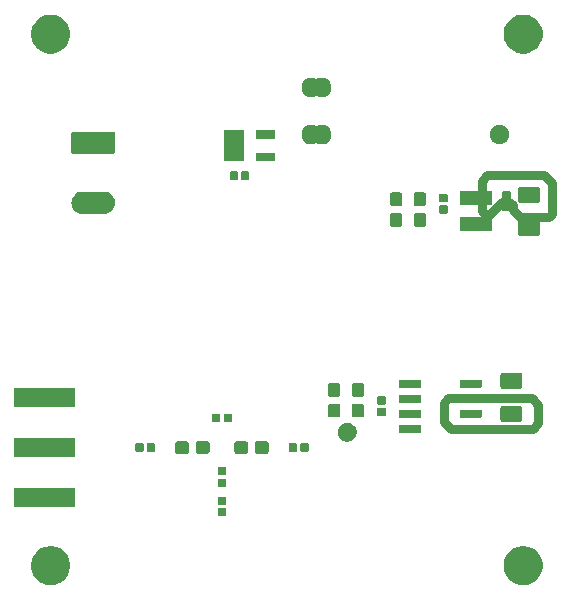
<source format=gbr>
G04 #@! TF.GenerationSoftware,KiCad,Pcbnew,5.1.2-1.fc30*
G04 #@! TF.CreationDate,2019-06-07T11:55:58+09:00*
G04 #@! TF.ProjectId,ltc6268_tia,6c746336-3236-4385-9f74-69612e6b6963,rev?*
G04 #@! TF.SameCoordinates,Original*
G04 #@! TF.FileFunction,Soldermask,Top*
G04 #@! TF.FilePolarity,Negative*
%FSLAX46Y46*%
G04 Gerber Fmt 4.6, Leading zero omitted, Abs format (unit mm)*
G04 Created by KiCad (PCBNEW 5.1.2-1.fc30) date 2019-06-07 11:55:58*
%MOMM*%
%LPD*%
G04 APERTURE LIST*
%ADD10C,0.800000*%
%ADD11C,0.100000*%
G04 APERTURE END LIST*
D10*
X101500000Y-44950000D02*
X101950000Y-45450000D01*
X101500000Y-42400000D02*
X101500000Y-44950000D01*
X101950000Y-41950000D02*
X101500000Y-42400000D01*
X106800000Y-41950000D02*
X101950000Y-41950000D01*
X107450000Y-42600000D02*
X106800000Y-41950000D01*
X107450000Y-45200000D02*
X107450000Y-42600000D01*
X107200000Y-45450000D02*
X107450000Y-45200000D01*
X104700000Y-45450000D02*
X107200000Y-45450000D01*
X104150000Y-44900000D02*
X104700000Y-45450000D01*
X104150000Y-44450000D02*
X104150000Y-44900000D01*
X103800000Y-44200000D02*
X104150000Y-44450000D01*
X103250000Y-44250000D02*
X103800000Y-44200000D01*
X101950000Y-45450000D02*
X103250000Y-44250000D01*
X101950000Y-46100000D02*
X101950000Y-45450000D01*
X98300000Y-61250000D02*
X98650000Y-60850000D01*
X98300000Y-61300000D02*
X98300000Y-61250000D01*
X98300000Y-62800000D02*
X98300000Y-61300000D01*
X98900000Y-63400000D02*
X98300000Y-62800000D01*
X105800000Y-63400000D02*
X98900000Y-63400000D01*
X106300000Y-62900000D02*
X105800000Y-63400000D01*
X106300000Y-61400000D02*
X106300000Y-62900000D01*
X105750000Y-60850000D02*
X106300000Y-61400000D01*
X98650000Y-60850000D02*
X105750000Y-60850000D01*
D11*
G36*
X105375256Y-73391298D02*
G01*
X105481579Y-73412447D01*
X105782042Y-73536903D01*
X106052451Y-73717585D01*
X106282415Y-73947549D01*
X106463097Y-74217958D01*
X106587553Y-74518421D01*
X106651000Y-74837391D01*
X106651000Y-75162609D01*
X106587553Y-75481579D01*
X106463097Y-75782042D01*
X106282415Y-76052451D01*
X106052451Y-76282415D01*
X105782042Y-76463097D01*
X105481579Y-76587553D01*
X105375256Y-76608702D01*
X105162611Y-76651000D01*
X104837389Y-76651000D01*
X104624744Y-76608702D01*
X104518421Y-76587553D01*
X104217958Y-76463097D01*
X103947549Y-76282415D01*
X103717585Y-76052451D01*
X103536903Y-75782042D01*
X103412447Y-75481579D01*
X103349000Y-75162609D01*
X103349000Y-74837391D01*
X103412447Y-74518421D01*
X103536903Y-74217958D01*
X103717585Y-73947549D01*
X103947549Y-73717585D01*
X104217958Y-73536903D01*
X104518421Y-73412447D01*
X104624744Y-73391298D01*
X104837389Y-73349000D01*
X105162611Y-73349000D01*
X105375256Y-73391298D01*
X105375256Y-73391298D01*
G37*
G36*
X65375256Y-73391298D02*
G01*
X65481579Y-73412447D01*
X65782042Y-73536903D01*
X66052451Y-73717585D01*
X66282415Y-73947549D01*
X66463097Y-74217958D01*
X66587553Y-74518421D01*
X66651000Y-74837391D01*
X66651000Y-75162609D01*
X66587553Y-75481579D01*
X66463097Y-75782042D01*
X66282415Y-76052451D01*
X66052451Y-76282415D01*
X65782042Y-76463097D01*
X65481579Y-76587553D01*
X65375256Y-76608702D01*
X65162611Y-76651000D01*
X64837389Y-76651000D01*
X64624744Y-76608702D01*
X64518421Y-76587553D01*
X64217958Y-76463097D01*
X63947549Y-76282415D01*
X63717585Y-76052451D01*
X63536903Y-75782042D01*
X63412447Y-75481579D01*
X63349000Y-75162609D01*
X63349000Y-74837391D01*
X63412447Y-74518421D01*
X63536903Y-74217958D01*
X63717585Y-73947549D01*
X63947549Y-73717585D01*
X64217958Y-73536903D01*
X64518421Y-73412447D01*
X64624744Y-73391298D01*
X64837389Y-73349000D01*
X65162611Y-73349000D01*
X65375256Y-73391298D01*
X65375256Y-73391298D01*
G37*
G36*
X79781938Y-70141716D02*
G01*
X79802557Y-70147971D01*
X79821553Y-70158124D01*
X79838208Y-70171792D01*
X79851876Y-70188447D01*
X79862029Y-70207443D01*
X79868284Y-70228062D01*
X79871000Y-70255640D01*
X79871000Y-70714360D01*
X79868284Y-70741938D01*
X79862029Y-70762557D01*
X79851876Y-70781553D01*
X79838208Y-70798208D01*
X79821553Y-70811876D01*
X79802557Y-70822029D01*
X79781938Y-70828284D01*
X79754360Y-70831000D01*
X79245640Y-70831000D01*
X79218062Y-70828284D01*
X79197443Y-70822029D01*
X79178447Y-70811876D01*
X79161792Y-70798208D01*
X79148124Y-70781553D01*
X79137971Y-70762557D01*
X79131716Y-70741938D01*
X79129000Y-70714360D01*
X79129000Y-70255640D01*
X79131716Y-70228062D01*
X79137971Y-70207443D01*
X79148124Y-70188447D01*
X79161792Y-70171792D01*
X79178447Y-70158124D01*
X79197443Y-70147971D01*
X79218062Y-70141716D01*
X79245640Y-70139000D01*
X79754360Y-70139000D01*
X79781938Y-70141716D01*
X79781938Y-70141716D01*
G37*
G36*
X67091000Y-70051000D02*
G01*
X61909000Y-70051000D01*
X61909000Y-68449000D01*
X67091000Y-68449000D01*
X67091000Y-70051000D01*
X67091000Y-70051000D01*
G37*
G36*
X79781938Y-69171716D02*
G01*
X79802557Y-69177971D01*
X79821553Y-69188124D01*
X79838208Y-69201792D01*
X79851876Y-69218447D01*
X79862029Y-69237443D01*
X79868284Y-69258062D01*
X79871000Y-69285640D01*
X79871000Y-69744360D01*
X79868284Y-69771938D01*
X79862029Y-69792557D01*
X79851876Y-69811553D01*
X79838208Y-69828208D01*
X79821553Y-69841876D01*
X79802557Y-69852029D01*
X79781938Y-69858284D01*
X79754360Y-69861000D01*
X79245640Y-69861000D01*
X79218062Y-69858284D01*
X79197443Y-69852029D01*
X79178447Y-69841876D01*
X79161792Y-69828208D01*
X79148124Y-69811553D01*
X79137971Y-69792557D01*
X79131716Y-69771938D01*
X79129000Y-69744360D01*
X79129000Y-69285640D01*
X79131716Y-69258062D01*
X79137971Y-69237443D01*
X79148124Y-69218447D01*
X79161792Y-69201792D01*
X79178447Y-69188124D01*
X79197443Y-69177971D01*
X79218062Y-69171716D01*
X79245640Y-69169000D01*
X79754360Y-69169000D01*
X79781938Y-69171716D01*
X79781938Y-69171716D01*
G37*
G36*
X79781938Y-67641716D02*
G01*
X79802557Y-67647971D01*
X79821553Y-67658124D01*
X79838208Y-67671792D01*
X79851876Y-67688447D01*
X79862029Y-67707443D01*
X79868284Y-67728062D01*
X79871000Y-67755640D01*
X79871000Y-68214360D01*
X79868284Y-68241938D01*
X79862029Y-68262557D01*
X79851876Y-68281553D01*
X79838208Y-68298208D01*
X79821553Y-68311876D01*
X79802557Y-68322029D01*
X79781938Y-68328284D01*
X79754360Y-68331000D01*
X79245640Y-68331000D01*
X79218062Y-68328284D01*
X79197443Y-68322029D01*
X79178447Y-68311876D01*
X79161792Y-68298208D01*
X79148124Y-68281553D01*
X79137971Y-68262557D01*
X79131716Y-68241938D01*
X79129000Y-68214360D01*
X79129000Y-67755640D01*
X79131716Y-67728062D01*
X79137971Y-67707443D01*
X79148124Y-67688447D01*
X79161792Y-67671792D01*
X79178447Y-67658124D01*
X79197443Y-67647971D01*
X79218062Y-67641716D01*
X79245640Y-67639000D01*
X79754360Y-67639000D01*
X79781938Y-67641716D01*
X79781938Y-67641716D01*
G37*
G36*
X79781938Y-66671716D02*
G01*
X79802557Y-66677971D01*
X79821553Y-66688124D01*
X79838208Y-66701792D01*
X79851876Y-66718447D01*
X79862029Y-66737443D01*
X79868284Y-66758062D01*
X79871000Y-66785640D01*
X79871000Y-67244360D01*
X79868284Y-67271938D01*
X79862029Y-67292557D01*
X79851876Y-67311553D01*
X79838208Y-67328208D01*
X79821553Y-67341876D01*
X79802557Y-67352029D01*
X79781938Y-67358284D01*
X79754360Y-67361000D01*
X79245640Y-67361000D01*
X79218062Y-67358284D01*
X79197443Y-67352029D01*
X79178447Y-67341876D01*
X79161792Y-67328208D01*
X79148124Y-67311553D01*
X79137971Y-67292557D01*
X79131716Y-67271938D01*
X79129000Y-67244360D01*
X79129000Y-66785640D01*
X79131716Y-66758062D01*
X79137971Y-66737443D01*
X79148124Y-66718447D01*
X79161792Y-66701792D01*
X79178447Y-66688124D01*
X79197443Y-66677971D01*
X79218062Y-66671716D01*
X79245640Y-66669000D01*
X79754360Y-66669000D01*
X79781938Y-66671716D01*
X79781938Y-66671716D01*
G37*
G36*
X67091000Y-65801000D02*
G01*
X61909000Y-65801000D01*
X61909000Y-64199000D01*
X67091000Y-64199000D01*
X67091000Y-65801000D01*
X67091000Y-65801000D01*
G37*
G36*
X78289499Y-64478445D02*
G01*
X78326995Y-64489820D01*
X78361554Y-64508292D01*
X78391847Y-64533153D01*
X78416708Y-64563446D01*
X78435180Y-64598005D01*
X78446555Y-64635501D01*
X78451000Y-64680638D01*
X78451000Y-65319362D01*
X78446555Y-65364499D01*
X78435180Y-65401995D01*
X78416708Y-65436554D01*
X78391847Y-65466847D01*
X78361554Y-65491708D01*
X78326995Y-65510180D01*
X78289499Y-65521555D01*
X78244362Y-65526000D01*
X77505638Y-65526000D01*
X77460501Y-65521555D01*
X77423005Y-65510180D01*
X77388446Y-65491708D01*
X77358153Y-65466847D01*
X77333292Y-65436554D01*
X77314820Y-65401995D01*
X77303445Y-65364499D01*
X77299000Y-65319362D01*
X77299000Y-64680638D01*
X77303445Y-64635501D01*
X77314820Y-64598005D01*
X77333292Y-64563446D01*
X77358153Y-64533153D01*
X77388446Y-64508292D01*
X77423005Y-64489820D01*
X77460501Y-64478445D01*
X77505638Y-64474000D01*
X78244362Y-64474000D01*
X78289499Y-64478445D01*
X78289499Y-64478445D01*
G37*
G36*
X76539499Y-64478445D02*
G01*
X76576995Y-64489820D01*
X76611554Y-64508292D01*
X76641847Y-64533153D01*
X76666708Y-64563446D01*
X76685180Y-64598005D01*
X76696555Y-64635501D01*
X76701000Y-64680638D01*
X76701000Y-65319362D01*
X76696555Y-65364499D01*
X76685180Y-65401995D01*
X76666708Y-65436554D01*
X76641847Y-65466847D01*
X76611554Y-65491708D01*
X76576995Y-65510180D01*
X76539499Y-65521555D01*
X76494362Y-65526000D01*
X75755638Y-65526000D01*
X75710501Y-65521555D01*
X75673005Y-65510180D01*
X75638446Y-65491708D01*
X75608153Y-65466847D01*
X75583292Y-65436554D01*
X75564820Y-65401995D01*
X75553445Y-65364499D01*
X75549000Y-65319362D01*
X75549000Y-64680638D01*
X75553445Y-64635501D01*
X75564820Y-64598005D01*
X75583292Y-64563446D01*
X75608153Y-64533153D01*
X75638446Y-64508292D01*
X75673005Y-64489820D01*
X75710501Y-64478445D01*
X75755638Y-64474000D01*
X76494362Y-64474000D01*
X76539499Y-64478445D01*
X76539499Y-64478445D01*
G37*
G36*
X83289499Y-64478445D02*
G01*
X83326995Y-64489820D01*
X83361554Y-64508292D01*
X83391847Y-64533153D01*
X83416708Y-64563446D01*
X83435180Y-64598005D01*
X83446555Y-64635501D01*
X83451000Y-64680638D01*
X83451000Y-65319362D01*
X83446555Y-65364499D01*
X83435180Y-65401995D01*
X83416708Y-65436554D01*
X83391847Y-65466847D01*
X83361554Y-65491708D01*
X83326995Y-65510180D01*
X83289499Y-65521555D01*
X83244362Y-65526000D01*
X82505638Y-65526000D01*
X82460501Y-65521555D01*
X82423005Y-65510180D01*
X82388446Y-65491708D01*
X82358153Y-65466847D01*
X82333292Y-65436554D01*
X82314820Y-65401995D01*
X82303445Y-65364499D01*
X82299000Y-65319362D01*
X82299000Y-64680638D01*
X82303445Y-64635501D01*
X82314820Y-64598005D01*
X82333292Y-64563446D01*
X82358153Y-64533153D01*
X82388446Y-64508292D01*
X82423005Y-64489820D01*
X82460501Y-64478445D01*
X82505638Y-64474000D01*
X83244362Y-64474000D01*
X83289499Y-64478445D01*
X83289499Y-64478445D01*
G37*
G36*
X81539499Y-64478445D02*
G01*
X81576995Y-64489820D01*
X81611554Y-64508292D01*
X81641847Y-64533153D01*
X81666708Y-64563446D01*
X81685180Y-64598005D01*
X81696555Y-64635501D01*
X81701000Y-64680638D01*
X81701000Y-65319362D01*
X81696555Y-65364499D01*
X81685180Y-65401995D01*
X81666708Y-65436554D01*
X81641847Y-65466847D01*
X81611554Y-65491708D01*
X81576995Y-65510180D01*
X81539499Y-65521555D01*
X81494362Y-65526000D01*
X80755638Y-65526000D01*
X80710501Y-65521555D01*
X80673005Y-65510180D01*
X80638446Y-65491708D01*
X80608153Y-65466847D01*
X80583292Y-65436554D01*
X80564820Y-65401995D01*
X80553445Y-65364499D01*
X80549000Y-65319362D01*
X80549000Y-64680638D01*
X80553445Y-64635501D01*
X80564820Y-64598005D01*
X80583292Y-64563446D01*
X80608153Y-64533153D01*
X80638446Y-64508292D01*
X80673005Y-64489820D01*
X80710501Y-64478445D01*
X80755638Y-64474000D01*
X81494362Y-64474000D01*
X81539499Y-64478445D01*
X81539499Y-64478445D01*
G37*
G36*
X85771938Y-64631716D02*
G01*
X85792557Y-64637971D01*
X85811553Y-64648124D01*
X85828208Y-64661792D01*
X85841876Y-64678447D01*
X85852029Y-64697443D01*
X85858284Y-64718062D01*
X85861000Y-64745640D01*
X85861000Y-65254360D01*
X85858284Y-65281938D01*
X85852029Y-65302557D01*
X85841876Y-65321553D01*
X85828208Y-65338208D01*
X85811553Y-65351876D01*
X85792557Y-65362029D01*
X85771938Y-65368284D01*
X85744360Y-65371000D01*
X85285640Y-65371000D01*
X85258062Y-65368284D01*
X85237443Y-65362029D01*
X85218447Y-65351876D01*
X85201792Y-65338208D01*
X85188124Y-65321553D01*
X85177971Y-65302557D01*
X85171716Y-65281938D01*
X85169000Y-65254360D01*
X85169000Y-64745640D01*
X85171716Y-64718062D01*
X85177971Y-64697443D01*
X85188124Y-64678447D01*
X85201792Y-64661792D01*
X85218447Y-64648124D01*
X85237443Y-64637971D01*
X85258062Y-64631716D01*
X85285640Y-64629000D01*
X85744360Y-64629000D01*
X85771938Y-64631716D01*
X85771938Y-64631716D01*
G37*
G36*
X86741938Y-64631716D02*
G01*
X86762557Y-64637971D01*
X86781553Y-64648124D01*
X86798208Y-64661792D01*
X86811876Y-64678447D01*
X86822029Y-64697443D01*
X86828284Y-64718062D01*
X86831000Y-64745640D01*
X86831000Y-65254360D01*
X86828284Y-65281938D01*
X86822029Y-65302557D01*
X86811876Y-65321553D01*
X86798208Y-65338208D01*
X86781553Y-65351876D01*
X86762557Y-65362029D01*
X86741938Y-65368284D01*
X86714360Y-65371000D01*
X86255640Y-65371000D01*
X86228062Y-65368284D01*
X86207443Y-65362029D01*
X86188447Y-65351876D01*
X86171792Y-65338208D01*
X86158124Y-65321553D01*
X86147971Y-65302557D01*
X86141716Y-65281938D01*
X86139000Y-65254360D01*
X86139000Y-64745640D01*
X86141716Y-64718062D01*
X86147971Y-64697443D01*
X86158124Y-64678447D01*
X86171792Y-64661792D01*
X86188447Y-64648124D01*
X86207443Y-64637971D01*
X86228062Y-64631716D01*
X86255640Y-64629000D01*
X86714360Y-64629000D01*
X86741938Y-64631716D01*
X86741938Y-64631716D01*
G37*
G36*
X73741938Y-64631716D02*
G01*
X73762557Y-64637971D01*
X73781553Y-64648124D01*
X73798208Y-64661792D01*
X73811876Y-64678447D01*
X73822029Y-64697443D01*
X73828284Y-64718062D01*
X73831000Y-64745640D01*
X73831000Y-65254360D01*
X73828284Y-65281938D01*
X73822029Y-65302557D01*
X73811876Y-65321553D01*
X73798208Y-65338208D01*
X73781553Y-65351876D01*
X73762557Y-65362029D01*
X73741938Y-65368284D01*
X73714360Y-65371000D01*
X73255640Y-65371000D01*
X73228062Y-65368284D01*
X73207443Y-65362029D01*
X73188447Y-65351876D01*
X73171792Y-65338208D01*
X73158124Y-65321553D01*
X73147971Y-65302557D01*
X73141716Y-65281938D01*
X73139000Y-65254360D01*
X73139000Y-64745640D01*
X73141716Y-64718062D01*
X73147971Y-64697443D01*
X73158124Y-64678447D01*
X73171792Y-64661792D01*
X73188447Y-64648124D01*
X73207443Y-64637971D01*
X73228062Y-64631716D01*
X73255640Y-64629000D01*
X73714360Y-64629000D01*
X73741938Y-64631716D01*
X73741938Y-64631716D01*
G37*
G36*
X72771938Y-64631716D02*
G01*
X72792557Y-64637971D01*
X72811553Y-64648124D01*
X72828208Y-64661792D01*
X72841876Y-64678447D01*
X72852029Y-64697443D01*
X72858284Y-64718062D01*
X72861000Y-64745640D01*
X72861000Y-65254360D01*
X72858284Y-65281938D01*
X72852029Y-65302557D01*
X72841876Y-65321553D01*
X72828208Y-65338208D01*
X72811553Y-65351876D01*
X72792557Y-65362029D01*
X72771938Y-65368284D01*
X72744360Y-65371000D01*
X72285640Y-65371000D01*
X72258062Y-65368284D01*
X72237443Y-65362029D01*
X72218447Y-65351876D01*
X72201792Y-65338208D01*
X72188124Y-65321553D01*
X72177971Y-65302557D01*
X72171716Y-65281938D01*
X72169000Y-65254360D01*
X72169000Y-64745640D01*
X72171716Y-64718062D01*
X72177971Y-64697443D01*
X72188124Y-64678447D01*
X72201792Y-64661792D01*
X72218447Y-64648124D01*
X72237443Y-64637971D01*
X72258062Y-64631716D01*
X72285640Y-64629000D01*
X72744360Y-64629000D01*
X72771938Y-64631716D01*
X72771938Y-64631716D01*
G37*
G36*
X90333642Y-62929781D02*
G01*
X90479414Y-62990162D01*
X90479416Y-62990163D01*
X90610608Y-63077822D01*
X90722178Y-63189392D01*
X90726100Y-63195262D01*
X90809838Y-63320586D01*
X90870219Y-63466358D01*
X90901000Y-63621107D01*
X90901000Y-63778893D01*
X90870219Y-63933642D01*
X90809838Y-64079414D01*
X90809837Y-64079416D01*
X90722178Y-64210608D01*
X90610608Y-64322178D01*
X90479416Y-64409837D01*
X90479415Y-64409838D01*
X90479414Y-64409838D01*
X90333642Y-64470219D01*
X90178893Y-64501000D01*
X90021107Y-64501000D01*
X89866358Y-64470219D01*
X89720586Y-64409838D01*
X89720585Y-64409838D01*
X89720584Y-64409837D01*
X89589392Y-64322178D01*
X89477822Y-64210608D01*
X89390163Y-64079416D01*
X89390162Y-64079414D01*
X89329781Y-63933642D01*
X89299000Y-63778893D01*
X89299000Y-63621107D01*
X89329781Y-63466358D01*
X89390162Y-63320586D01*
X89473900Y-63195262D01*
X89477822Y-63189392D01*
X89589392Y-63077822D01*
X89720584Y-62990163D01*
X89720586Y-62990162D01*
X89866358Y-62929781D01*
X90021107Y-62899000D01*
X90178893Y-62899000D01*
X90333642Y-62929781D01*
X90333642Y-62929781D01*
G37*
G36*
X101409928Y-63056764D02*
G01*
X101431009Y-63063160D01*
X101450445Y-63073548D01*
X101467476Y-63087524D01*
X101481452Y-63104555D01*
X101491840Y-63123991D01*
X101498236Y-63145072D01*
X101501000Y-63173140D01*
X101501000Y-63636860D01*
X101498236Y-63664928D01*
X101491840Y-63686009D01*
X101481452Y-63705445D01*
X101467476Y-63722476D01*
X101450445Y-63736452D01*
X101431009Y-63746840D01*
X101409928Y-63753236D01*
X101381860Y-63756000D01*
X99768140Y-63756000D01*
X99740072Y-63753236D01*
X99718991Y-63746840D01*
X99699555Y-63736452D01*
X99682524Y-63722476D01*
X99668548Y-63705445D01*
X99658160Y-63686009D01*
X99651764Y-63664928D01*
X99649000Y-63636860D01*
X99649000Y-63173140D01*
X99651764Y-63145072D01*
X99658160Y-63123991D01*
X99668548Y-63104555D01*
X99682524Y-63087524D01*
X99699555Y-63073548D01*
X99718991Y-63063160D01*
X99740072Y-63056764D01*
X99768140Y-63054000D01*
X101381860Y-63054000D01*
X101409928Y-63056764D01*
X101409928Y-63056764D01*
G37*
G36*
X96259928Y-63056764D02*
G01*
X96281009Y-63063160D01*
X96300445Y-63073548D01*
X96317476Y-63087524D01*
X96331452Y-63104555D01*
X96341840Y-63123991D01*
X96348236Y-63145072D01*
X96351000Y-63173140D01*
X96351000Y-63636860D01*
X96348236Y-63664928D01*
X96341840Y-63686009D01*
X96331452Y-63705445D01*
X96317476Y-63722476D01*
X96300445Y-63736452D01*
X96281009Y-63746840D01*
X96259928Y-63753236D01*
X96231860Y-63756000D01*
X94618140Y-63756000D01*
X94590072Y-63753236D01*
X94568991Y-63746840D01*
X94549555Y-63736452D01*
X94532524Y-63722476D01*
X94518548Y-63705445D01*
X94508160Y-63686009D01*
X94501764Y-63664928D01*
X94499000Y-63636860D01*
X94499000Y-63173140D01*
X94501764Y-63145072D01*
X94508160Y-63123991D01*
X94518548Y-63104555D01*
X94532524Y-63087524D01*
X94549555Y-63073548D01*
X94568991Y-63063160D01*
X94590072Y-63056764D01*
X94618140Y-63054000D01*
X96231860Y-63054000D01*
X96259928Y-63056764D01*
X96259928Y-63056764D01*
G37*
G36*
X80241938Y-62131716D02*
G01*
X80262557Y-62137971D01*
X80281553Y-62148124D01*
X80298208Y-62161792D01*
X80311876Y-62178447D01*
X80322029Y-62197443D01*
X80328284Y-62218062D01*
X80331000Y-62245640D01*
X80331000Y-62754360D01*
X80328284Y-62781938D01*
X80322029Y-62802557D01*
X80311876Y-62821553D01*
X80298208Y-62838208D01*
X80281553Y-62851876D01*
X80262557Y-62862029D01*
X80241938Y-62868284D01*
X80214360Y-62871000D01*
X79755640Y-62871000D01*
X79728062Y-62868284D01*
X79707443Y-62862029D01*
X79688447Y-62851876D01*
X79671792Y-62838208D01*
X79658124Y-62821553D01*
X79647971Y-62802557D01*
X79641716Y-62781938D01*
X79639000Y-62754360D01*
X79639000Y-62245640D01*
X79641716Y-62218062D01*
X79647971Y-62197443D01*
X79658124Y-62178447D01*
X79671792Y-62161792D01*
X79688447Y-62148124D01*
X79707443Y-62137971D01*
X79728062Y-62131716D01*
X79755640Y-62129000D01*
X80214360Y-62129000D01*
X80241938Y-62131716D01*
X80241938Y-62131716D01*
G37*
G36*
X79271938Y-62131716D02*
G01*
X79292557Y-62137971D01*
X79311553Y-62148124D01*
X79328208Y-62161792D01*
X79341876Y-62178447D01*
X79352029Y-62197443D01*
X79358284Y-62218062D01*
X79361000Y-62245640D01*
X79361000Y-62754360D01*
X79358284Y-62781938D01*
X79352029Y-62802557D01*
X79341876Y-62821553D01*
X79328208Y-62838208D01*
X79311553Y-62851876D01*
X79292557Y-62862029D01*
X79271938Y-62868284D01*
X79244360Y-62871000D01*
X78785640Y-62871000D01*
X78758062Y-62868284D01*
X78737443Y-62862029D01*
X78718447Y-62851876D01*
X78701792Y-62838208D01*
X78688124Y-62821553D01*
X78677971Y-62802557D01*
X78671716Y-62781938D01*
X78669000Y-62754360D01*
X78669000Y-62245640D01*
X78671716Y-62218062D01*
X78677971Y-62197443D01*
X78688124Y-62178447D01*
X78701792Y-62161792D01*
X78718447Y-62148124D01*
X78737443Y-62137971D01*
X78758062Y-62131716D01*
X78785640Y-62129000D01*
X79244360Y-62129000D01*
X79271938Y-62131716D01*
X79271938Y-62131716D01*
G37*
G36*
X104768604Y-61478347D02*
G01*
X104805144Y-61489432D01*
X104838821Y-61507433D01*
X104868341Y-61531659D01*
X104892567Y-61561179D01*
X104910568Y-61594856D01*
X104921653Y-61631396D01*
X104926000Y-61675538D01*
X104926000Y-62624462D01*
X104921653Y-62668604D01*
X104910568Y-62705144D01*
X104892567Y-62738821D01*
X104868341Y-62768341D01*
X104838821Y-62792567D01*
X104805144Y-62810568D01*
X104768604Y-62821653D01*
X104724462Y-62826000D01*
X103275538Y-62826000D01*
X103231396Y-62821653D01*
X103194856Y-62810568D01*
X103161179Y-62792567D01*
X103131659Y-62768341D01*
X103107433Y-62738821D01*
X103089432Y-62705144D01*
X103078347Y-62668604D01*
X103074000Y-62624462D01*
X103074000Y-61675538D01*
X103078347Y-61631396D01*
X103089432Y-61594856D01*
X103107433Y-61561179D01*
X103131659Y-61531659D01*
X103161179Y-61507433D01*
X103194856Y-61489432D01*
X103231396Y-61478347D01*
X103275538Y-61474000D01*
X104724462Y-61474000D01*
X104768604Y-61478347D01*
X104768604Y-61478347D01*
G37*
G36*
X101409928Y-61786764D02*
G01*
X101431009Y-61793160D01*
X101450445Y-61803548D01*
X101467476Y-61817524D01*
X101481452Y-61834555D01*
X101491840Y-61853991D01*
X101498236Y-61875072D01*
X101501000Y-61903140D01*
X101501000Y-62366860D01*
X101498236Y-62394928D01*
X101491840Y-62416009D01*
X101481452Y-62435445D01*
X101467476Y-62452476D01*
X101450445Y-62466452D01*
X101431009Y-62476840D01*
X101409928Y-62483236D01*
X101381860Y-62486000D01*
X99768140Y-62486000D01*
X99740072Y-62483236D01*
X99718991Y-62476840D01*
X99699555Y-62466452D01*
X99682524Y-62452476D01*
X99668548Y-62435445D01*
X99658160Y-62416009D01*
X99651764Y-62394928D01*
X99649000Y-62366860D01*
X99649000Y-61903140D01*
X99651764Y-61875072D01*
X99658160Y-61853991D01*
X99668548Y-61834555D01*
X99682524Y-61817524D01*
X99699555Y-61803548D01*
X99718991Y-61793160D01*
X99740072Y-61786764D01*
X99768140Y-61784000D01*
X101381860Y-61784000D01*
X101409928Y-61786764D01*
X101409928Y-61786764D01*
G37*
G36*
X96259928Y-61786764D02*
G01*
X96281009Y-61793160D01*
X96300445Y-61803548D01*
X96317476Y-61817524D01*
X96331452Y-61834555D01*
X96341840Y-61853991D01*
X96348236Y-61875072D01*
X96351000Y-61903140D01*
X96351000Y-62366860D01*
X96348236Y-62394928D01*
X96341840Y-62416009D01*
X96331452Y-62435445D01*
X96317476Y-62452476D01*
X96300445Y-62466452D01*
X96281009Y-62476840D01*
X96259928Y-62483236D01*
X96231860Y-62486000D01*
X94618140Y-62486000D01*
X94590072Y-62483236D01*
X94568991Y-62476840D01*
X94549555Y-62466452D01*
X94532524Y-62452476D01*
X94518548Y-62435445D01*
X94508160Y-62416009D01*
X94501764Y-62394928D01*
X94499000Y-62366860D01*
X94499000Y-61903140D01*
X94501764Y-61875072D01*
X94508160Y-61853991D01*
X94518548Y-61834555D01*
X94532524Y-61817524D01*
X94549555Y-61803548D01*
X94568991Y-61793160D01*
X94590072Y-61786764D01*
X94618140Y-61784000D01*
X96231860Y-61784000D01*
X96259928Y-61786764D01*
X96259928Y-61786764D01*
G37*
G36*
X91364499Y-61303445D02*
G01*
X91401995Y-61314820D01*
X91436554Y-61333292D01*
X91466847Y-61358153D01*
X91491708Y-61388446D01*
X91510180Y-61423005D01*
X91521555Y-61460501D01*
X91526000Y-61505638D01*
X91526000Y-62244362D01*
X91521555Y-62289499D01*
X91510180Y-62326995D01*
X91491708Y-62361554D01*
X91466847Y-62391847D01*
X91436554Y-62416708D01*
X91401995Y-62435180D01*
X91364499Y-62446555D01*
X91319362Y-62451000D01*
X90680638Y-62451000D01*
X90635501Y-62446555D01*
X90598005Y-62435180D01*
X90563446Y-62416708D01*
X90533153Y-62391847D01*
X90508292Y-62361554D01*
X90489820Y-62326995D01*
X90478445Y-62289499D01*
X90474000Y-62244362D01*
X90474000Y-61505638D01*
X90478445Y-61460501D01*
X90489820Y-61423005D01*
X90508292Y-61388446D01*
X90533153Y-61358153D01*
X90563446Y-61333292D01*
X90598005Y-61314820D01*
X90635501Y-61303445D01*
X90680638Y-61299000D01*
X91319362Y-61299000D01*
X91364499Y-61303445D01*
X91364499Y-61303445D01*
G37*
G36*
X89364499Y-61303445D02*
G01*
X89401995Y-61314820D01*
X89436554Y-61333292D01*
X89466847Y-61358153D01*
X89491708Y-61388446D01*
X89510180Y-61423005D01*
X89521555Y-61460501D01*
X89526000Y-61505638D01*
X89526000Y-62244362D01*
X89521555Y-62289499D01*
X89510180Y-62326995D01*
X89491708Y-62361554D01*
X89466847Y-62391847D01*
X89436554Y-62416708D01*
X89401995Y-62435180D01*
X89364499Y-62446555D01*
X89319362Y-62451000D01*
X88680638Y-62451000D01*
X88635501Y-62446555D01*
X88598005Y-62435180D01*
X88563446Y-62416708D01*
X88533153Y-62391847D01*
X88508292Y-62361554D01*
X88489820Y-62326995D01*
X88478445Y-62289499D01*
X88474000Y-62244362D01*
X88474000Y-61505638D01*
X88478445Y-61460501D01*
X88489820Y-61423005D01*
X88508292Y-61388446D01*
X88533153Y-61358153D01*
X88563446Y-61333292D01*
X88598005Y-61314820D01*
X88635501Y-61303445D01*
X88680638Y-61299000D01*
X89319362Y-61299000D01*
X89364499Y-61303445D01*
X89364499Y-61303445D01*
G37*
G36*
X93281938Y-61641716D02*
G01*
X93302557Y-61647971D01*
X93321553Y-61658124D01*
X93338208Y-61671792D01*
X93351876Y-61688447D01*
X93362029Y-61707443D01*
X93368284Y-61728062D01*
X93371000Y-61755640D01*
X93371000Y-62214360D01*
X93368284Y-62241938D01*
X93362029Y-62262557D01*
X93351876Y-62281553D01*
X93338208Y-62298208D01*
X93321553Y-62311876D01*
X93302557Y-62322029D01*
X93281938Y-62328284D01*
X93254360Y-62331000D01*
X92745640Y-62331000D01*
X92718062Y-62328284D01*
X92697443Y-62322029D01*
X92678447Y-62311876D01*
X92661792Y-62298208D01*
X92648124Y-62281553D01*
X92637971Y-62262557D01*
X92631716Y-62241938D01*
X92629000Y-62214360D01*
X92629000Y-61755640D01*
X92631716Y-61728062D01*
X92637971Y-61707443D01*
X92648124Y-61688447D01*
X92661792Y-61671792D01*
X92678447Y-61658124D01*
X92697443Y-61647971D01*
X92718062Y-61641716D01*
X92745640Y-61639000D01*
X93254360Y-61639000D01*
X93281938Y-61641716D01*
X93281938Y-61641716D01*
G37*
G36*
X67091000Y-61551000D02*
G01*
X61909000Y-61551000D01*
X61909000Y-59949000D01*
X67091000Y-59949000D01*
X67091000Y-61551000D01*
X67091000Y-61551000D01*
G37*
G36*
X93281938Y-60671716D02*
G01*
X93302557Y-60677971D01*
X93321553Y-60688124D01*
X93338208Y-60701792D01*
X93351876Y-60718447D01*
X93362029Y-60737443D01*
X93368284Y-60758062D01*
X93371000Y-60785640D01*
X93371000Y-61244360D01*
X93368284Y-61271938D01*
X93362029Y-61292557D01*
X93351876Y-61311553D01*
X93338208Y-61328208D01*
X93321553Y-61341876D01*
X93302557Y-61352029D01*
X93281938Y-61358284D01*
X93254360Y-61361000D01*
X92745640Y-61361000D01*
X92718062Y-61358284D01*
X92697443Y-61352029D01*
X92678447Y-61341876D01*
X92661792Y-61328208D01*
X92648124Y-61311553D01*
X92637971Y-61292557D01*
X92631716Y-61271938D01*
X92629000Y-61244360D01*
X92629000Y-60785640D01*
X92631716Y-60758062D01*
X92637971Y-60737443D01*
X92648124Y-60718447D01*
X92661792Y-60701792D01*
X92678447Y-60688124D01*
X92697443Y-60677971D01*
X92718062Y-60671716D01*
X92745640Y-60669000D01*
X93254360Y-60669000D01*
X93281938Y-60671716D01*
X93281938Y-60671716D01*
G37*
G36*
X96259928Y-60516764D02*
G01*
X96281009Y-60523160D01*
X96300445Y-60533548D01*
X96317476Y-60547524D01*
X96331452Y-60564555D01*
X96341840Y-60583991D01*
X96348236Y-60605072D01*
X96351000Y-60633140D01*
X96351000Y-61096860D01*
X96348236Y-61124928D01*
X96341840Y-61146009D01*
X96331452Y-61165445D01*
X96317476Y-61182476D01*
X96300445Y-61196452D01*
X96281009Y-61206840D01*
X96259928Y-61213236D01*
X96231860Y-61216000D01*
X94618140Y-61216000D01*
X94590072Y-61213236D01*
X94568991Y-61206840D01*
X94549555Y-61196452D01*
X94532524Y-61182476D01*
X94518548Y-61165445D01*
X94508160Y-61146009D01*
X94501764Y-61124928D01*
X94499000Y-61096860D01*
X94499000Y-60633140D01*
X94501764Y-60605072D01*
X94508160Y-60583991D01*
X94518548Y-60564555D01*
X94532524Y-60547524D01*
X94549555Y-60533548D01*
X94568991Y-60523160D01*
X94590072Y-60516764D01*
X94618140Y-60514000D01*
X96231860Y-60514000D01*
X96259928Y-60516764D01*
X96259928Y-60516764D01*
G37*
G36*
X101409928Y-60516764D02*
G01*
X101431009Y-60523160D01*
X101450445Y-60533548D01*
X101467476Y-60547524D01*
X101481452Y-60564555D01*
X101491840Y-60583991D01*
X101498236Y-60605072D01*
X101501000Y-60633140D01*
X101501000Y-61096860D01*
X101498236Y-61124928D01*
X101491840Y-61146009D01*
X101481452Y-61165445D01*
X101467476Y-61182476D01*
X101450445Y-61196452D01*
X101431009Y-61206840D01*
X101409928Y-61213236D01*
X101381860Y-61216000D01*
X99768140Y-61216000D01*
X99740072Y-61213236D01*
X99718991Y-61206840D01*
X99699555Y-61196452D01*
X99682524Y-61182476D01*
X99668548Y-61165445D01*
X99658160Y-61146009D01*
X99651764Y-61124928D01*
X99649000Y-61096860D01*
X99649000Y-60633140D01*
X99651764Y-60605072D01*
X99658160Y-60583991D01*
X99668548Y-60564555D01*
X99682524Y-60547524D01*
X99699555Y-60533548D01*
X99718991Y-60523160D01*
X99740072Y-60516764D01*
X99768140Y-60514000D01*
X101381860Y-60514000D01*
X101409928Y-60516764D01*
X101409928Y-60516764D01*
G37*
G36*
X89364499Y-59553445D02*
G01*
X89401995Y-59564820D01*
X89436554Y-59583292D01*
X89466847Y-59608153D01*
X89491708Y-59638446D01*
X89510180Y-59673005D01*
X89521555Y-59710501D01*
X89526000Y-59755638D01*
X89526000Y-60494362D01*
X89521555Y-60539499D01*
X89510180Y-60576995D01*
X89491708Y-60611554D01*
X89466847Y-60641847D01*
X89436554Y-60666708D01*
X89401995Y-60685180D01*
X89364499Y-60696555D01*
X89319362Y-60701000D01*
X88680638Y-60701000D01*
X88635501Y-60696555D01*
X88598005Y-60685180D01*
X88563446Y-60666708D01*
X88533153Y-60641847D01*
X88508292Y-60611554D01*
X88489820Y-60576995D01*
X88478445Y-60539499D01*
X88474000Y-60494362D01*
X88474000Y-59755638D01*
X88478445Y-59710501D01*
X88489820Y-59673005D01*
X88508292Y-59638446D01*
X88533153Y-59608153D01*
X88563446Y-59583292D01*
X88598005Y-59564820D01*
X88635501Y-59553445D01*
X88680638Y-59549000D01*
X89319362Y-59549000D01*
X89364499Y-59553445D01*
X89364499Y-59553445D01*
G37*
G36*
X91364499Y-59553445D02*
G01*
X91401995Y-59564820D01*
X91436554Y-59583292D01*
X91466847Y-59608153D01*
X91491708Y-59638446D01*
X91510180Y-59673005D01*
X91521555Y-59710501D01*
X91526000Y-59755638D01*
X91526000Y-60494362D01*
X91521555Y-60539499D01*
X91510180Y-60576995D01*
X91491708Y-60611554D01*
X91466847Y-60641847D01*
X91436554Y-60666708D01*
X91401995Y-60685180D01*
X91364499Y-60696555D01*
X91319362Y-60701000D01*
X90680638Y-60701000D01*
X90635501Y-60696555D01*
X90598005Y-60685180D01*
X90563446Y-60666708D01*
X90533153Y-60641847D01*
X90508292Y-60611554D01*
X90489820Y-60576995D01*
X90478445Y-60539499D01*
X90474000Y-60494362D01*
X90474000Y-59755638D01*
X90478445Y-59710501D01*
X90489820Y-59673005D01*
X90508292Y-59638446D01*
X90533153Y-59608153D01*
X90563446Y-59583292D01*
X90598005Y-59564820D01*
X90635501Y-59553445D01*
X90680638Y-59549000D01*
X91319362Y-59549000D01*
X91364499Y-59553445D01*
X91364499Y-59553445D01*
G37*
G36*
X104768604Y-58678347D02*
G01*
X104805144Y-58689432D01*
X104838821Y-58707433D01*
X104868341Y-58731659D01*
X104892567Y-58761179D01*
X104910568Y-58794856D01*
X104921653Y-58831396D01*
X104926000Y-58875538D01*
X104926000Y-59824462D01*
X104921653Y-59868604D01*
X104910568Y-59905144D01*
X104892567Y-59938821D01*
X104868341Y-59968341D01*
X104838821Y-59992567D01*
X104805144Y-60010568D01*
X104768604Y-60021653D01*
X104724462Y-60026000D01*
X103275538Y-60026000D01*
X103231396Y-60021653D01*
X103194856Y-60010568D01*
X103161179Y-59992567D01*
X103131659Y-59968341D01*
X103107433Y-59938821D01*
X103089432Y-59905144D01*
X103078347Y-59868604D01*
X103074000Y-59824462D01*
X103074000Y-58875538D01*
X103078347Y-58831396D01*
X103089432Y-58794856D01*
X103107433Y-58761179D01*
X103131659Y-58731659D01*
X103161179Y-58707433D01*
X103194856Y-58689432D01*
X103231396Y-58678347D01*
X103275538Y-58674000D01*
X104724462Y-58674000D01*
X104768604Y-58678347D01*
X104768604Y-58678347D01*
G37*
G36*
X96259928Y-59246764D02*
G01*
X96281009Y-59253160D01*
X96300445Y-59263548D01*
X96317476Y-59277524D01*
X96331452Y-59294555D01*
X96341840Y-59313991D01*
X96348236Y-59335072D01*
X96351000Y-59363140D01*
X96351000Y-59826860D01*
X96348236Y-59854928D01*
X96341840Y-59876009D01*
X96331452Y-59895445D01*
X96317476Y-59912476D01*
X96300445Y-59926452D01*
X96281009Y-59936840D01*
X96259928Y-59943236D01*
X96231860Y-59946000D01*
X94618140Y-59946000D01*
X94590072Y-59943236D01*
X94568991Y-59936840D01*
X94549555Y-59926452D01*
X94532524Y-59912476D01*
X94518548Y-59895445D01*
X94508160Y-59876009D01*
X94501764Y-59854928D01*
X94499000Y-59826860D01*
X94499000Y-59363140D01*
X94501764Y-59335072D01*
X94508160Y-59313991D01*
X94518548Y-59294555D01*
X94532524Y-59277524D01*
X94549555Y-59263548D01*
X94568991Y-59253160D01*
X94590072Y-59246764D01*
X94618140Y-59244000D01*
X96231860Y-59244000D01*
X96259928Y-59246764D01*
X96259928Y-59246764D01*
G37*
G36*
X101409928Y-59246764D02*
G01*
X101431009Y-59253160D01*
X101450445Y-59263548D01*
X101467476Y-59277524D01*
X101481452Y-59294555D01*
X101491840Y-59313991D01*
X101498236Y-59335072D01*
X101501000Y-59363140D01*
X101501000Y-59826860D01*
X101498236Y-59854928D01*
X101491840Y-59876009D01*
X101481452Y-59895445D01*
X101467476Y-59912476D01*
X101450445Y-59926452D01*
X101431009Y-59936840D01*
X101409928Y-59943236D01*
X101381860Y-59946000D01*
X99768140Y-59946000D01*
X99740072Y-59943236D01*
X99718991Y-59936840D01*
X99699555Y-59926452D01*
X99682524Y-59912476D01*
X99668548Y-59895445D01*
X99658160Y-59876009D01*
X99651764Y-59854928D01*
X99649000Y-59826860D01*
X99649000Y-59363140D01*
X99651764Y-59335072D01*
X99658160Y-59313991D01*
X99668548Y-59294555D01*
X99682524Y-59277524D01*
X99699555Y-59263548D01*
X99718991Y-59253160D01*
X99740072Y-59246764D01*
X99768140Y-59244000D01*
X101381860Y-59244000D01*
X101409928Y-59246764D01*
X101409928Y-59246764D01*
G37*
G36*
X106268604Y-45728347D02*
G01*
X106305144Y-45739432D01*
X106338821Y-45757433D01*
X106368341Y-45781659D01*
X106392567Y-45811179D01*
X106410568Y-45844856D01*
X106421653Y-45881396D01*
X106426000Y-45925538D01*
X106426000Y-46874462D01*
X106421653Y-46918604D01*
X106410568Y-46955144D01*
X106392567Y-46988821D01*
X106368341Y-47018341D01*
X106338821Y-47042567D01*
X106305144Y-47060568D01*
X106268604Y-47071653D01*
X106224462Y-47076000D01*
X104775538Y-47076000D01*
X104731396Y-47071653D01*
X104694856Y-47060568D01*
X104661179Y-47042567D01*
X104631659Y-47018341D01*
X104607433Y-46988821D01*
X104589432Y-46955144D01*
X104578347Y-46918604D01*
X104574000Y-46874462D01*
X104574000Y-45925538D01*
X104578347Y-45881396D01*
X104589432Y-45844856D01*
X104607433Y-45811179D01*
X104631659Y-45781659D01*
X104661179Y-45757433D01*
X104694856Y-45739432D01*
X104731396Y-45728347D01*
X104775538Y-45724000D01*
X106224462Y-45724000D01*
X106268604Y-45728347D01*
X106268604Y-45728347D01*
G37*
G36*
X102326000Y-46681000D02*
G01*
X99674000Y-46681000D01*
X99674000Y-45519000D01*
X102326000Y-45519000D01*
X102326000Y-46681000D01*
X102326000Y-46681000D01*
G37*
G36*
X96614499Y-45153445D02*
G01*
X96651995Y-45164820D01*
X96686554Y-45183292D01*
X96716847Y-45208153D01*
X96741708Y-45238446D01*
X96760180Y-45273005D01*
X96771555Y-45310501D01*
X96776000Y-45355638D01*
X96776000Y-46094362D01*
X96771555Y-46139499D01*
X96760180Y-46176995D01*
X96741708Y-46211554D01*
X96716847Y-46241847D01*
X96686554Y-46266708D01*
X96651995Y-46285180D01*
X96614499Y-46296555D01*
X96569362Y-46301000D01*
X95930638Y-46301000D01*
X95885501Y-46296555D01*
X95848005Y-46285180D01*
X95813446Y-46266708D01*
X95783153Y-46241847D01*
X95758292Y-46211554D01*
X95739820Y-46176995D01*
X95728445Y-46139499D01*
X95724000Y-46094362D01*
X95724000Y-45355638D01*
X95728445Y-45310501D01*
X95739820Y-45273005D01*
X95758292Y-45238446D01*
X95783153Y-45208153D01*
X95813446Y-45183292D01*
X95848005Y-45164820D01*
X95885501Y-45153445D01*
X95930638Y-45149000D01*
X96569362Y-45149000D01*
X96614499Y-45153445D01*
X96614499Y-45153445D01*
G37*
G36*
X94614499Y-45153445D02*
G01*
X94651995Y-45164820D01*
X94686554Y-45183292D01*
X94716847Y-45208153D01*
X94741708Y-45238446D01*
X94760180Y-45273005D01*
X94771555Y-45310501D01*
X94776000Y-45355638D01*
X94776000Y-46094362D01*
X94771555Y-46139499D01*
X94760180Y-46176995D01*
X94741708Y-46211554D01*
X94716847Y-46241847D01*
X94686554Y-46266708D01*
X94651995Y-46285180D01*
X94614499Y-46296555D01*
X94569362Y-46301000D01*
X93930638Y-46301000D01*
X93885501Y-46296555D01*
X93848005Y-46285180D01*
X93813446Y-46266708D01*
X93783153Y-46241847D01*
X93758292Y-46211554D01*
X93739820Y-46176995D01*
X93728445Y-46139499D01*
X93724000Y-46094362D01*
X93724000Y-45355638D01*
X93728445Y-45310501D01*
X93739820Y-45273005D01*
X93758292Y-45238446D01*
X93783153Y-45208153D01*
X93813446Y-45183292D01*
X93848005Y-45164820D01*
X93885501Y-45153445D01*
X93930638Y-45149000D01*
X94569362Y-45149000D01*
X94614499Y-45153445D01*
X94614499Y-45153445D01*
G37*
G36*
X69686425Y-43342760D02*
G01*
X69686428Y-43342761D01*
X69686429Y-43342761D01*
X69865693Y-43397140D01*
X69865696Y-43397142D01*
X69865697Y-43397142D01*
X70030903Y-43485446D01*
X70175712Y-43604288D01*
X70294554Y-43749097D01*
X70372198Y-43894360D01*
X70382860Y-43914307D01*
X70412191Y-44011000D01*
X70437240Y-44093575D01*
X70455601Y-44280000D01*
X70437240Y-44466425D01*
X70437239Y-44466428D01*
X70437239Y-44466429D01*
X70382860Y-44645693D01*
X70382858Y-44645696D01*
X70382858Y-44645697D01*
X70294554Y-44810903D01*
X70175712Y-44955712D01*
X70030903Y-45074554D01*
X69882170Y-45154053D01*
X69865693Y-45162860D01*
X69686429Y-45217239D01*
X69686428Y-45217239D01*
X69686425Y-45217240D01*
X69546718Y-45231000D01*
X67653282Y-45231000D01*
X67513575Y-45217240D01*
X67513572Y-45217239D01*
X67513571Y-45217239D01*
X67334307Y-45162860D01*
X67317830Y-45154053D01*
X67169097Y-45074554D01*
X67024288Y-44955712D01*
X66905446Y-44810903D01*
X66817142Y-44645697D01*
X66817142Y-44645696D01*
X66817140Y-44645693D01*
X66762761Y-44466429D01*
X66762761Y-44466428D01*
X66762760Y-44466425D01*
X66744399Y-44280000D01*
X66762760Y-44093575D01*
X66787809Y-44011000D01*
X66817140Y-43914307D01*
X66827802Y-43894360D01*
X66905446Y-43749097D01*
X67024288Y-43604288D01*
X67169097Y-43485446D01*
X67334303Y-43397142D01*
X67334304Y-43397142D01*
X67334307Y-43397140D01*
X67513571Y-43342761D01*
X67513572Y-43342761D01*
X67513575Y-43342760D01*
X67653282Y-43329000D01*
X69546718Y-43329000D01*
X69686425Y-43342760D01*
X69686425Y-43342760D01*
G37*
G36*
X98531938Y-44506716D02*
G01*
X98552557Y-44512971D01*
X98571553Y-44523124D01*
X98588208Y-44536792D01*
X98601876Y-44553447D01*
X98612029Y-44572443D01*
X98618284Y-44593062D01*
X98621000Y-44620640D01*
X98621000Y-45079360D01*
X98618284Y-45106938D01*
X98612029Y-45127557D01*
X98601876Y-45146553D01*
X98588208Y-45163208D01*
X98571553Y-45176876D01*
X98552557Y-45187029D01*
X98531938Y-45193284D01*
X98504360Y-45196000D01*
X97995640Y-45196000D01*
X97968062Y-45193284D01*
X97947443Y-45187029D01*
X97928447Y-45176876D01*
X97911792Y-45163208D01*
X97898124Y-45146553D01*
X97887971Y-45127557D01*
X97881716Y-45106938D01*
X97879000Y-45079360D01*
X97879000Y-44620640D01*
X97881716Y-44593062D01*
X97887971Y-44572443D01*
X97898124Y-44553447D01*
X97911792Y-44536792D01*
X97928447Y-44523124D01*
X97947443Y-44512971D01*
X97968062Y-44506716D01*
X97995640Y-44504000D01*
X98504360Y-44504000D01*
X98531938Y-44506716D01*
X98531938Y-44506716D01*
G37*
G36*
X103881938Y-44291716D02*
G01*
X103902557Y-44297971D01*
X103921553Y-44308124D01*
X103938208Y-44321792D01*
X103951876Y-44338447D01*
X103962029Y-44357443D01*
X103968284Y-44378062D01*
X103971000Y-44405640D01*
X103971000Y-44864360D01*
X103968284Y-44891938D01*
X103962029Y-44912557D01*
X103951876Y-44931553D01*
X103938208Y-44948208D01*
X103921553Y-44961876D01*
X103902557Y-44972029D01*
X103881938Y-44978284D01*
X103854360Y-44981000D01*
X103345640Y-44981000D01*
X103318062Y-44978284D01*
X103297443Y-44972029D01*
X103278447Y-44961876D01*
X103261792Y-44948208D01*
X103248124Y-44931553D01*
X103237971Y-44912557D01*
X103231716Y-44891938D01*
X103229000Y-44864360D01*
X103229000Y-44405640D01*
X103231716Y-44378062D01*
X103237971Y-44357443D01*
X103248124Y-44338447D01*
X103261792Y-44321792D01*
X103278447Y-44308124D01*
X103297443Y-44297971D01*
X103318062Y-44291716D01*
X103345640Y-44289000D01*
X103854360Y-44289000D01*
X103881938Y-44291716D01*
X103881938Y-44291716D01*
G37*
G36*
X96614499Y-43403445D02*
G01*
X96651995Y-43414820D01*
X96686554Y-43433292D01*
X96716847Y-43458153D01*
X96741708Y-43488446D01*
X96760180Y-43523005D01*
X96771555Y-43560501D01*
X96776000Y-43605638D01*
X96776000Y-44344362D01*
X96771555Y-44389499D01*
X96760180Y-44426995D01*
X96741708Y-44461554D01*
X96716847Y-44491847D01*
X96686554Y-44516708D01*
X96651995Y-44535180D01*
X96614499Y-44546555D01*
X96569362Y-44551000D01*
X95930638Y-44551000D01*
X95885501Y-44546555D01*
X95848005Y-44535180D01*
X95813446Y-44516708D01*
X95783153Y-44491847D01*
X95758292Y-44461554D01*
X95739820Y-44426995D01*
X95728445Y-44389499D01*
X95724000Y-44344362D01*
X95724000Y-43605638D01*
X95728445Y-43560501D01*
X95739820Y-43523005D01*
X95758292Y-43488446D01*
X95783153Y-43458153D01*
X95813446Y-43433292D01*
X95848005Y-43414820D01*
X95885501Y-43403445D01*
X95930638Y-43399000D01*
X96569362Y-43399000D01*
X96614499Y-43403445D01*
X96614499Y-43403445D01*
G37*
G36*
X94614499Y-43403445D02*
G01*
X94651995Y-43414820D01*
X94686554Y-43433292D01*
X94716847Y-43458153D01*
X94741708Y-43488446D01*
X94760180Y-43523005D01*
X94771555Y-43560501D01*
X94776000Y-43605638D01*
X94776000Y-44344362D01*
X94771555Y-44389499D01*
X94760180Y-44426995D01*
X94741708Y-44461554D01*
X94716847Y-44491847D01*
X94686554Y-44516708D01*
X94651995Y-44535180D01*
X94614499Y-44546555D01*
X94569362Y-44551000D01*
X93930638Y-44551000D01*
X93885501Y-44546555D01*
X93848005Y-44535180D01*
X93813446Y-44516708D01*
X93783153Y-44491847D01*
X93758292Y-44461554D01*
X93739820Y-44426995D01*
X93728445Y-44389499D01*
X93724000Y-44344362D01*
X93724000Y-43605638D01*
X93728445Y-43560501D01*
X93739820Y-43523005D01*
X93758292Y-43488446D01*
X93783153Y-43458153D01*
X93813446Y-43433292D01*
X93848005Y-43414820D01*
X93885501Y-43403445D01*
X93930638Y-43399000D01*
X94569362Y-43399000D01*
X94614499Y-43403445D01*
X94614499Y-43403445D01*
G37*
G36*
X102326000Y-44481000D02*
G01*
X99674000Y-44481000D01*
X99674000Y-43319000D01*
X102326000Y-43319000D01*
X102326000Y-44481000D01*
X102326000Y-44481000D01*
G37*
G36*
X106268604Y-42928347D02*
G01*
X106305144Y-42939432D01*
X106338821Y-42957433D01*
X106368341Y-42981659D01*
X106392567Y-43011179D01*
X106410568Y-43044856D01*
X106421653Y-43081396D01*
X106426000Y-43125538D01*
X106426000Y-44074462D01*
X106421653Y-44118604D01*
X106410568Y-44155144D01*
X106392567Y-44188821D01*
X106368341Y-44218341D01*
X106338821Y-44242567D01*
X106305144Y-44260568D01*
X106268604Y-44271653D01*
X106224462Y-44276000D01*
X104775538Y-44276000D01*
X104731396Y-44271653D01*
X104694856Y-44260568D01*
X104661179Y-44242567D01*
X104631659Y-44218341D01*
X104607433Y-44188821D01*
X104589432Y-44155144D01*
X104578347Y-44118604D01*
X104574000Y-44074462D01*
X104574000Y-43125538D01*
X104578347Y-43081396D01*
X104589432Y-43044856D01*
X104607433Y-43011179D01*
X104631659Y-42981659D01*
X104661179Y-42957433D01*
X104694856Y-42939432D01*
X104731396Y-42928347D01*
X104775538Y-42924000D01*
X106224462Y-42924000D01*
X106268604Y-42928347D01*
X106268604Y-42928347D01*
G37*
G36*
X98531938Y-43536716D02*
G01*
X98552557Y-43542971D01*
X98571553Y-43553124D01*
X98588208Y-43566792D01*
X98601876Y-43583447D01*
X98612029Y-43602443D01*
X98618284Y-43623062D01*
X98621000Y-43650640D01*
X98621000Y-44109360D01*
X98618284Y-44136938D01*
X98612029Y-44157557D01*
X98601876Y-44176553D01*
X98588208Y-44193208D01*
X98571553Y-44206876D01*
X98552557Y-44217029D01*
X98531938Y-44223284D01*
X98504360Y-44226000D01*
X97995640Y-44226000D01*
X97968062Y-44223284D01*
X97947443Y-44217029D01*
X97928447Y-44206876D01*
X97911792Y-44193208D01*
X97898124Y-44176553D01*
X97887971Y-44157557D01*
X97881716Y-44136938D01*
X97879000Y-44109360D01*
X97879000Y-43650640D01*
X97881716Y-43623062D01*
X97887971Y-43602443D01*
X97898124Y-43583447D01*
X97911792Y-43566792D01*
X97928447Y-43553124D01*
X97947443Y-43542971D01*
X97968062Y-43536716D01*
X97995640Y-43534000D01*
X98504360Y-43534000D01*
X98531938Y-43536716D01*
X98531938Y-43536716D01*
G37*
G36*
X103881938Y-43321716D02*
G01*
X103902557Y-43327971D01*
X103921553Y-43338124D01*
X103938208Y-43351792D01*
X103951876Y-43368447D01*
X103962029Y-43387443D01*
X103968284Y-43408062D01*
X103971000Y-43435640D01*
X103971000Y-43894360D01*
X103968284Y-43921938D01*
X103962029Y-43942557D01*
X103951876Y-43961553D01*
X103938208Y-43978208D01*
X103921553Y-43991876D01*
X103902557Y-44002029D01*
X103881938Y-44008284D01*
X103854360Y-44011000D01*
X103345640Y-44011000D01*
X103318062Y-44008284D01*
X103297443Y-44002029D01*
X103278447Y-43991876D01*
X103261792Y-43978208D01*
X103248124Y-43961553D01*
X103237971Y-43942557D01*
X103231716Y-43921938D01*
X103229000Y-43894360D01*
X103229000Y-43435640D01*
X103231716Y-43408062D01*
X103237971Y-43387443D01*
X103248124Y-43368447D01*
X103261792Y-43351792D01*
X103278447Y-43338124D01*
X103297443Y-43327971D01*
X103318062Y-43321716D01*
X103345640Y-43319000D01*
X103854360Y-43319000D01*
X103881938Y-43321716D01*
X103881938Y-43321716D01*
G37*
G36*
X81741938Y-41631716D02*
G01*
X81762557Y-41637971D01*
X81781553Y-41648124D01*
X81798208Y-41661792D01*
X81811876Y-41678447D01*
X81822029Y-41697443D01*
X81828284Y-41718062D01*
X81831000Y-41745640D01*
X81831000Y-42254360D01*
X81828284Y-42281938D01*
X81822029Y-42302557D01*
X81811876Y-42321553D01*
X81798208Y-42338208D01*
X81781553Y-42351876D01*
X81762557Y-42362029D01*
X81741938Y-42368284D01*
X81714360Y-42371000D01*
X81255640Y-42371000D01*
X81228062Y-42368284D01*
X81207443Y-42362029D01*
X81188447Y-42351876D01*
X81171792Y-42338208D01*
X81158124Y-42321553D01*
X81147971Y-42302557D01*
X81141716Y-42281938D01*
X81139000Y-42254360D01*
X81139000Y-41745640D01*
X81141716Y-41718062D01*
X81147971Y-41697443D01*
X81158124Y-41678447D01*
X81171792Y-41661792D01*
X81188447Y-41648124D01*
X81207443Y-41637971D01*
X81228062Y-41631716D01*
X81255640Y-41629000D01*
X81714360Y-41629000D01*
X81741938Y-41631716D01*
X81741938Y-41631716D01*
G37*
G36*
X80771938Y-41631716D02*
G01*
X80792557Y-41637971D01*
X80811553Y-41648124D01*
X80828208Y-41661792D01*
X80841876Y-41678447D01*
X80852029Y-41697443D01*
X80858284Y-41718062D01*
X80861000Y-41745640D01*
X80861000Y-42254360D01*
X80858284Y-42281938D01*
X80852029Y-42302557D01*
X80841876Y-42321553D01*
X80828208Y-42338208D01*
X80811553Y-42351876D01*
X80792557Y-42362029D01*
X80771938Y-42368284D01*
X80744360Y-42371000D01*
X80285640Y-42371000D01*
X80258062Y-42368284D01*
X80237443Y-42362029D01*
X80218447Y-42351876D01*
X80201792Y-42338208D01*
X80188124Y-42321553D01*
X80177971Y-42302557D01*
X80171716Y-42281938D01*
X80169000Y-42254360D01*
X80169000Y-41745640D01*
X80171716Y-41718062D01*
X80177971Y-41697443D01*
X80188124Y-41678447D01*
X80201792Y-41661792D01*
X80218447Y-41648124D01*
X80237443Y-41637971D01*
X80258062Y-41631716D01*
X80285640Y-41629000D01*
X80744360Y-41629000D01*
X80771938Y-41631716D01*
X80771938Y-41631716D01*
G37*
G36*
X81331000Y-40776000D02*
G01*
X79669000Y-40776000D01*
X79669000Y-38124000D01*
X81331000Y-38124000D01*
X81331000Y-40776000D01*
X81331000Y-40776000D01*
G37*
G36*
X84031000Y-40776000D02*
G01*
X82369000Y-40776000D01*
X82369000Y-40024000D01*
X84031000Y-40024000D01*
X84031000Y-40776000D01*
X84031000Y-40776000D01*
G37*
G36*
X70310915Y-38252934D02*
G01*
X70343424Y-38262795D01*
X70373382Y-38278809D01*
X70399641Y-38300359D01*
X70421191Y-38326618D01*
X70437205Y-38356576D01*
X70447066Y-38389085D01*
X70451000Y-38429029D01*
X70451000Y-39970971D01*
X70447066Y-40010915D01*
X70437205Y-40043424D01*
X70421191Y-40073382D01*
X70399641Y-40099641D01*
X70373382Y-40121191D01*
X70343424Y-40137205D01*
X70310915Y-40147066D01*
X70270971Y-40151000D01*
X66929029Y-40151000D01*
X66889085Y-40147066D01*
X66856576Y-40137205D01*
X66826618Y-40121191D01*
X66800359Y-40099641D01*
X66778809Y-40073382D01*
X66762795Y-40043424D01*
X66752934Y-40010915D01*
X66749000Y-39970971D01*
X66749000Y-38429029D01*
X66752934Y-38389085D01*
X66762795Y-38356576D01*
X66778809Y-38326618D01*
X66800359Y-38300359D01*
X66826618Y-38278809D01*
X66856576Y-38262795D01*
X66889085Y-38252934D01*
X66929029Y-38249000D01*
X70270971Y-38249000D01*
X70310915Y-38252934D01*
X70310915Y-38252934D01*
G37*
G36*
X87359999Y-37699737D02*
G01*
X87369608Y-37702652D01*
X87378472Y-37707390D01*
X87386237Y-37713763D01*
X87396448Y-37726206D01*
X87403378Y-37736575D01*
X87420705Y-37753902D01*
X87441080Y-37767515D01*
X87463720Y-37776891D01*
X87487753Y-37781671D01*
X87512257Y-37781670D01*
X87536290Y-37776888D01*
X87558929Y-37767510D01*
X87579302Y-37753895D01*
X87596629Y-37736568D01*
X87603558Y-37726198D01*
X87613763Y-37713763D01*
X87621528Y-37707390D01*
X87630392Y-37702652D01*
X87640001Y-37699737D01*
X87656140Y-37698148D01*
X88143861Y-37698148D01*
X88162199Y-37699954D01*
X88174450Y-37700556D01*
X88192869Y-37700556D01*
X88215149Y-37702750D01*
X88299233Y-37719476D01*
X88320660Y-37725976D01*
X88399858Y-37758780D01*
X88405303Y-37761691D01*
X88405309Y-37761693D01*
X88414169Y-37766429D01*
X88414173Y-37766432D01*
X88419614Y-37769340D01*
X88490899Y-37816971D01*
X88508204Y-37831172D01*
X88568828Y-37891796D01*
X88583029Y-37909101D01*
X88630660Y-37980386D01*
X88633568Y-37985827D01*
X88633571Y-37985831D01*
X88638307Y-37994691D01*
X88638309Y-37994697D01*
X88641220Y-38000142D01*
X88674024Y-38079340D01*
X88680524Y-38100767D01*
X88697250Y-38184851D01*
X88699444Y-38207131D01*
X88699444Y-38225550D01*
X88700046Y-38237801D01*
X88701852Y-38256139D01*
X88701852Y-38743862D01*
X88700046Y-38762199D01*
X88699444Y-38774450D01*
X88699444Y-38792869D01*
X88697250Y-38815149D01*
X88680524Y-38899233D01*
X88674024Y-38920660D01*
X88641220Y-38999858D01*
X88638309Y-39005303D01*
X88638307Y-39005309D01*
X88633571Y-39014169D01*
X88633568Y-39014173D01*
X88630660Y-39019614D01*
X88583029Y-39090899D01*
X88568828Y-39108204D01*
X88508204Y-39168828D01*
X88490899Y-39183029D01*
X88419614Y-39230660D01*
X88414173Y-39233568D01*
X88414169Y-39233571D01*
X88405309Y-39238307D01*
X88405303Y-39238309D01*
X88399858Y-39241220D01*
X88320660Y-39274024D01*
X88299233Y-39280524D01*
X88215149Y-39297250D01*
X88192869Y-39299444D01*
X88174450Y-39299444D01*
X88162199Y-39300046D01*
X88143862Y-39301852D01*
X87656140Y-39301852D01*
X87640001Y-39300263D01*
X87630392Y-39297348D01*
X87621528Y-39292610D01*
X87613763Y-39286237D01*
X87603552Y-39273794D01*
X87596622Y-39263425D01*
X87579295Y-39246098D01*
X87558920Y-39232485D01*
X87536280Y-39223109D01*
X87512247Y-39218329D01*
X87487743Y-39218330D01*
X87463710Y-39223112D01*
X87441071Y-39232490D01*
X87420698Y-39246105D01*
X87403371Y-39263432D01*
X87396442Y-39273802D01*
X87386237Y-39286237D01*
X87378472Y-39292610D01*
X87369608Y-39297348D01*
X87359999Y-39300263D01*
X87343860Y-39301852D01*
X86856138Y-39301852D01*
X86837801Y-39300046D01*
X86825550Y-39299444D01*
X86807131Y-39299444D01*
X86784851Y-39297250D01*
X86700767Y-39280524D01*
X86679340Y-39274024D01*
X86600142Y-39241220D01*
X86594697Y-39238309D01*
X86594691Y-39238307D01*
X86585831Y-39233571D01*
X86585827Y-39233568D01*
X86580386Y-39230660D01*
X86509101Y-39183029D01*
X86491796Y-39168828D01*
X86431172Y-39108204D01*
X86416971Y-39090899D01*
X86369340Y-39019614D01*
X86366432Y-39014173D01*
X86366429Y-39014169D01*
X86361693Y-39005309D01*
X86361691Y-39005303D01*
X86358780Y-38999858D01*
X86325976Y-38920660D01*
X86319476Y-38899233D01*
X86302750Y-38815149D01*
X86300556Y-38792869D01*
X86300556Y-38774450D01*
X86299954Y-38762199D01*
X86298148Y-38743862D01*
X86298148Y-38256139D01*
X86299954Y-38237801D01*
X86300556Y-38225550D01*
X86300556Y-38207131D01*
X86302750Y-38184851D01*
X86319476Y-38100767D01*
X86325976Y-38079340D01*
X86358780Y-38000142D01*
X86361691Y-37994697D01*
X86361693Y-37994691D01*
X86366429Y-37985831D01*
X86366432Y-37985827D01*
X86369340Y-37980386D01*
X86416971Y-37909101D01*
X86431172Y-37891796D01*
X86491796Y-37831172D01*
X86509101Y-37816971D01*
X86580386Y-37769340D01*
X86585827Y-37766432D01*
X86585831Y-37766429D01*
X86594691Y-37761693D01*
X86594697Y-37761691D01*
X86600142Y-37758780D01*
X86679340Y-37725976D01*
X86700767Y-37719476D01*
X86784851Y-37702750D01*
X86807131Y-37700556D01*
X86825550Y-37700556D01*
X86837801Y-37699954D01*
X86856139Y-37698148D01*
X87343860Y-37698148D01*
X87359999Y-37699737D01*
X87359999Y-37699737D01*
G37*
G36*
X103233642Y-37729781D02*
G01*
X103379414Y-37790162D01*
X103379416Y-37790163D01*
X103510608Y-37877822D01*
X103622178Y-37989392D01*
X103709837Y-38120584D01*
X103709838Y-38120586D01*
X103770219Y-38266358D01*
X103801000Y-38421107D01*
X103801000Y-38578893D01*
X103770219Y-38733642D01*
X103711252Y-38876000D01*
X103709837Y-38879416D01*
X103622178Y-39010608D01*
X103510608Y-39122178D01*
X103379416Y-39209837D01*
X103379415Y-39209838D01*
X103379414Y-39209838D01*
X103233642Y-39270219D01*
X103078893Y-39301000D01*
X102921107Y-39301000D01*
X102766358Y-39270219D01*
X102620586Y-39209838D01*
X102620585Y-39209838D01*
X102620584Y-39209837D01*
X102489392Y-39122178D01*
X102377822Y-39010608D01*
X102290163Y-38879416D01*
X102288748Y-38876000D01*
X102229781Y-38733642D01*
X102199000Y-38578893D01*
X102199000Y-38421107D01*
X102229781Y-38266358D01*
X102290162Y-38120586D01*
X102290163Y-38120584D01*
X102377822Y-37989392D01*
X102489392Y-37877822D01*
X102620584Y-37790163D01*
X102620586Y-37790162D01*
X102766358Y-37729781D01*
X102921107Y-37699000D01*
X103078893Y-37699000D01*
X103233642Y-37729781D01*
X103233642Y-37729781D01*
G37*
G36*
X84031000Y-38876000D02*
G01*
X82369000Y-38876000D01*
X82369000Y-38124000D01*
X84031000Y-38124000D01*
X84031000Y-38876000D01*
X84031000Y-38876000D01*
G37*
G36*
X87359999Y-33699737D02*
G01*
X87369608Y-33702652D01*
X87378472Y-33707390D01*
X87386237Y-33713763D01*
X87396448Y-33726206D01*
X87403378Y-33736575D01*
X87420705Y-33753902D01*
X87441080Y-33767515D01*
X87463720Y-33776891D01*
X87487753Y-33781671D01*
X87512257Y-33781670D01*
X87536290Y-33776888D01*
X87558929Y-33767510D01*
X87579302Y-33753895D01*
X87596629Y-33736568D01*
X87603558Y-33726198D01*
X87613763Y-33713763D01*
X87621528Y-33707390D01*
X87630392Y-33702652D01*
X87640001Y-33699737D01*
X87656140Y-33698148D01*
X88143861Y-33698148D01*
X88162199Y-33699954D01*
X88174450Y-33700556D01*
X88192869Y-33700556D01*
X88215149Y-33702750D01*
X88299233Y-33719476D01*
X88320660Y-33725976D01*
X88399858Y-33758780D01*
X88405303Y-33761691D01*
X88405309Y-33761693D01*
X88414169Y-33766429D01*
X88414173Y-33766432D01*
X88419614Y-33769340D01*
X88490899Y-33816971D01*
X88508204Y-33831172D01*
X88568828Y-33891796D01*
X88583029Y-33909101D01*
X88630660Y-33980386D01*
X88633568Y-33985827D01*
X88633571Y-33985831D01*
X88638307Y-33994691D01*
X88638309Y-33994697D01*
X88641220Y-34000142D01*
X88674024Y-34079340D01*
X88680524Y-34100767D01*
X88697250Y-34184851D01*
X88699444Y-34207131D01*
X88699444Y-34225550D01*
X88700046Y-34237801D01*
X88701852Y-34256139D01*
X88701852Y-34743862D01*
X88700046Y-34762199D01*
X88699444Y-34774450D01*
X88699444Y-34792869D01*
X88697250Y-34815149D01*
X88680524Y-34899233D01*
X88674024Y-34920660D01*
X88641220Y-34999858D01*
X88638309Y-35005303D01*
X88638307Y-35005309D01*
X88633571Y-35014169D01*
X88633568Y-35014173D01*
X88630660Y-35019614D01*
X88583029Y-35090899D01*
X88568828Y-35108204D01*
X88508204Y-35168828D01*
X88490899Y-35183029D01*
X88419614Y-35230660D01*
X88414173Y-35233568D01*
X88414169Y-35233571D01*
X88405309Y-35238307D01*
X88405303Y-35238309D01*
X88399858Y-35241220D01*
X88320660Y-35274024D01*
X88299233Y-35280524D01*
X88215149Y-35297250D01*
X88192869Y-35299444D01*
X88174450Y-35299444D01*
X88162199Y-35300046D01*
X88143862Y-35301852D01*
X87656140Y-35301852D01*
X87640001Y-35300263D01*
X87630392Y-35297348D01*
X87621528Y-35292610D01*
X87613763Y-35286237D01*
X87603552Y-35273794D01*
X87596622Y-35263425D01*
X87579295Y-35246098D01*
X87558920Y-35232485D01*
X87536280Y-35223109D01*
X87512247Y-35218329D01*
X87487743Y-35218330D01*
X87463710Y-35223112D01*
X87441071Y-35232490D01*
X87420698Y-35246105D01*
X87403371Y-35263432D01*
X87396442Y-35273802D01*
X87386237Y-35286237D01*
X87378472Y-35292610D01*
X87369608Y-35297348D01*
X87359999Y-35300263D01*
X87343860Y-35301852D01*
X86856138Y-35301852D01*
X86837801Y-35300046D01*
X86825550Y-35299444D01*
X86807131Y-35299444D01*
X86784851Y-35297250D01*
X86700767Y-35280524D01*
X86679340Y-35274024D01*
X86600142Y-35241220D01*
X86594697Y-35238309D01*
X86594691Y-35238307D01*
X86585831Y-35233571D01*
X86585827Y-35233568D01*
X86580386Y-35230660D01*
X86509101Y-35183029D01*
X86491796Y-35168828D01*
X86431172Y-35108204D01*
X86416971Y-35090899D01*
X86369340Y-35019614D01*
X86366432Y-35014173D01*
X86366429Y-35014169D01*
X86361693Y-35005309D01*
X86361691Y-35005303D01*
X86358780Y-34999858D01*
X86325976Y-34920660D01*
X86319476Y-34899233D01*
X86302750Y-34815149D01*
X86300556Y-34792869D01*
X86300556Y-34774450D01*
X86299954Y-34762199D01*
X86298148Y-34743862D01*
X86298148Y-34256139D01*
X86299954Y-34237801D01*
X86300556Y-34225550D01*
X86300556Y-34207131D01*
X86302750Y-34184851D01*
X86319476Y-34100767D01*
X86325976Y-34079340D01*
X86358780Y-34000142D01*
X86361691Y-33994697D01*
X86361693Y-33994691D01*
X86366429Y-33985831D01*
X86366432Y-33985827D01*
X86369340Y-33980386D01*
X86416971Y-33909101D01*
X86431172Y-33891796D01*
X86491796Y-33831172D01*
X86509101Y-33816971D01*
X86580386Y-33769340D01*
X86585827Y-33766432D01*
X86585831Y-33766429D01*
X86594691Y-33761693D01*
X86594697Y-33761691D01*
X86600142Y-33758780D01*
X86679340Y-33725976D01*
X86700767Y-33719476D01*
X86784851Y-33702750D01*
X86807131Y-33700556D01*
X86825550Y-33700556D01*
X86837801Y-33699954D01*
X86856139Y-33698148D01*
X87343860Y-33698148D01*
X87359999Y-33699737D01*
X87359999Y-33699737D01*
G37*
G36*
X105375256Y-28391298D02*
G01*
X105481579Y-28412447D01*
X105782042Y-28536903D01*
X106052451Y-28717585D01*
X106282415Y-28947549D01*
X106463097Y-29217958D01*
X106587553Y-29518421D01*
X106651000Y-29837391D01*
X106651000Y-30162609D01*
X106587553Y-30481579D01*
X106463097Y-30782042D01*
X106282415Y-31052451D01*
X106052451Y-31282415D01*
X105782042Y-31463097D01*
X105481579Y-31587553D01*
X105375256Y-31608702D01*
X105162611Y-31651000D01*
X104837389Y-31651000D01*
X104624744Y-31608702D01*
X104518421Y-31587553D01*
X104217958Y-31463097D01*
X103947549Y-31282415D01*
X103717585Y-31052451D01*
X103536903Y-30782042D01*
X103412447Y-30481579D01*
X103349000Y-30162609D01*
X103349000Y-29837391D01*
X103412447Y-29518421D01*
X103536903Y-29217958D01*
X103717585Y-28947549D01*
X103947549Y-28717585D01*
X104217958Y-28536903D01*
X104518421Y-28412447D01*
X104624744Y-28391298D01*
X104837389Y-28349000D01*
X105162611Y-28349000D01*
X105375256Y-28391298D01*
X105375256Y-28391298D01*
G37*
G36*
X65375256Y-28391298D02*
G01*
X65481579Y-28412447D01*
X65782042Y-28536903D01*
X66052451Y-28717585D01*
X66282415Y-28947549D01*
X66463097Y-29217958D01*
X66587553Y-29518421D01*
X66651000Y-29837391D01*
X66651000Y-30162609D01*
X66587553Y-30481579D01*
X66463097Y-30782042D01*
X66282415Y-31052451D01*
X66052451Y-31282415D01*
X65782042Y-31463097D01*
X65481579Y-31587553D01*
X65375256Y-31608702D01*
X65162611Y-31651000D01*
X64837389Y-31651000D01*
X64624744Y-31608702D01*
X64518421Y-31587553D01*
X64217958Y-31463097D01*
X63947549Y-31282415D01*
X63717585Y-31052451D01*
X63536903Y-30782042D01*
X63412447Y-30481579D01*
X63349000Y-30162609D01*
X63349000Y-29837391D01*
X63412447Y-29518421D01*
X63536903Y-29217958D01*
X63717585Y-28947549D01*
X63947549Y-28717585D01*
X64217958Y-28536903D01*
X64518421Y-28412447D01*
X64624744Y-28391298D01*
X64837389Y-28349000D01*
X65162611Y-28349000D01*
X65375256Y-28391298D01*
X65375256Y-28391298D01*
G37*
M02*

</source>
